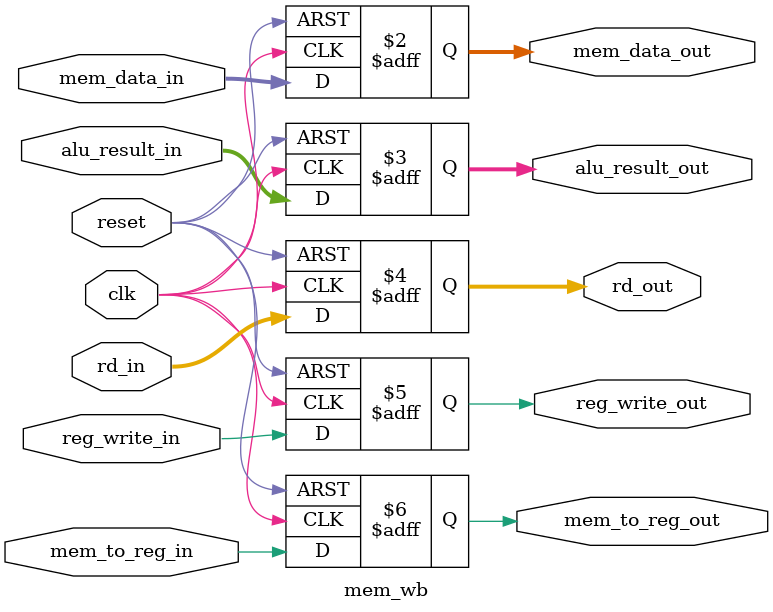
<source format=v>
`timescale 1ns/1ps
module mem_wb (
    input  wire        clk,
    input  wire        reset,
    input  wire [31:0] mem_data_in,
    input  wire [31:0] alu_result_in,
    input  wire [4:0]  rd_in,
    input  wire        reg_write_in,
    input  wire        mem_to_reg_in,
    output reg  [31:0] mem_data_out,
    output reg  [31:0] alu_result_out,
    output reg  [4:0]  rd_out,
    output reg         reg_write_out,
    output reg         mem_to_reg_out
);
    always @(posedge clk or posedge reset) begin
        if (reset) begin
            mem_data_out <= 0;
            alu_result_out <= 0;
            rd_out <= 0;
            reg_write_out <= 0;
            mem_to_reg_out <= 0;
        end else begin
            mem_data_out <= mem_data_in;
            alu_result_out <= alu_result_in;
            rd_out <= rd_in;
            reg_write_out <= reg_write_in;
            mem_to_reg_out <= mem_to_reg_in;
        end
    end
endmodule
</source>
